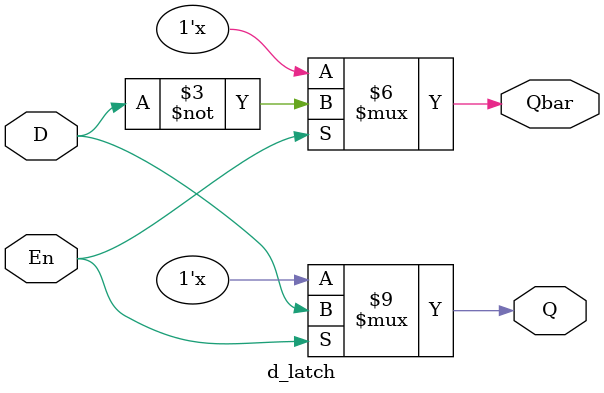
<source format=v>
module d_latch (
    input wire D, En,
    output reg Q, Qbar
);
    initial begin
        Q = 0;
        Qbar = 1;
    end
    always @(D or En) begin
        if (En == 1) begin
            Q <= D;
            Qbar <= ~D;
        end
        else begin
            Q <= Q;
            Qbar <= Qbar;
        end
    end
endmodule
</source>
